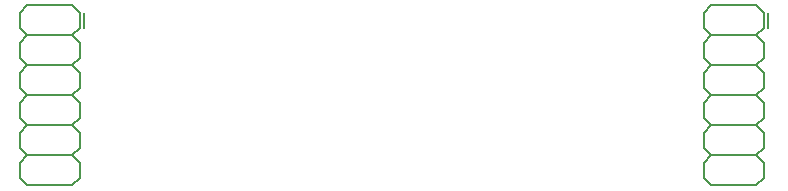
<source format=gbo>
G04 EAGLE Gerber RS-274X export*
G75*
%MOMM*%
%FSLAX34Y34*%
%LPD*%
%INBottom Silkscreen*%
%IPPOS*%
%AMOC8*
5,1,8,0,0,1.08239X$1,22.5*%
G01*
%ADD10C,0.203200*%


D10*
X92450Y1236700D02*
X98800Y1230350D01*
X98800Y1217650D02*
X92450Y1211300D01*
X98800Y1204950D01*
X98800Y1192250D02*
X92450Y1185900D01*
X98800Y1179550D01*
X98800Y1166850D02*
X92450Y1160500D01*
X98800Y1154150D01*
X98800Y1141450D02*
X92450Y1135100D01*
X98800Y1128750D01*
X98800Y1116050D02*
X92450Y1109700D01*
X98800Y1103350D01*
X98800Y1090650D02*
X92450Y1084300D01*
X92450Y1236700D02*
X54350Y1236700D01*
X48000Y1230350D01*
X48000Y1217650D01*
X54350Y1211300D01*
X48000Y1204950D01*
X48000Y1192250D01*
X54350Y1185900D01*
X48000Y1179550D01*
X48000Y1166850D01*
X54350Y1160500D01*
X48000Y1154150D01*
X48000Y1141450D01*
X54350Y1135100D01*
X48000Y1128750D01*
X48000Y1116050D01*
X54350Y1109700D01*
X48000Y1103350D01*
X48000Y1090650D01*
X54350Y1084300D01*
X54350Y1211300D02*
X92450Y1211300D01*
X92450Y1185900D02*
X54350Y1185900D01*
X54350Y1160500D02*
X92450Y1160500D01*
X92450Y1135100D02*
X54350Y1135100D01*
X54350Y1109700D02*
X92450Y1109700D01*
X92450Y1084300D02*
X54350Y1084300D01*
X98800Y1090650D02*
X98800Y1103350D01*
X98800Y1116050D02*
X98800Y1128750D01*
X98800Y1141450D02*
X98800Y1154150D01*
X98800Y1166850D02*
X98800Y1179550D01*
X98800Y1192250D02*
X98800Y1204950D01*
X98800Y1217650D02*
X98800Y1230350D01*
X102610Y1230350D02*
X102610Y1217650D01*
X98800Y1230350D02*
X92450Y1236700D01*
X54350Y1236700D01*
X48000Y1230350D01*
X92450Y1236700D02*
X98800Y1230350D01*
X92450Y1236700D02*
X54350Y1236700D01*
X48000Y1230350D01*
X671350Y1236700D02*
X677700Y1230350D01*
X677700Y1217650D02*
X671350Y1211300D01*
X677700Y1204950D01*
X677700Y1192250D02*
X671350Y1185900D01*
X677700Y1179550D01*
X677700Y1166850D02*
X671350Y1160500D01*
X677700Y1154150D01*
X677700Y1141450D02*
X671350Y1135100D01*
X677700Y1128750D01*
X677700Y1116050D02*
X671350Y1109700D01*
X677700Y1103350D01*
X677700Y1090650D02*
X671350Y1084300D01*
X671350Y1236700D02*
X633250Y1236700D01*
X626900Y1230350D01*
X626900Y1217650D01*
X633250Y1211300D01*
X626900Y1204950D01*
X626900Y1192250D01*
X633250Y1185900D01*
X626900Y1179550D01*
X626900Y1166850D01*
X633250Y1160500D01*
X626900Y1154150D01*
X626900Y1141450D01*
X633250Y1135100D01*
X626900Y1128750D01*
X626900Y1116050D01*
X633250Y1109700D01*
X626900Y1103350D01*
X626900Y1090650D01*
X633250Y1084300D01*
X633250Y1211300D02*
X671350Y1211300D01*
X671350Y1185900D02*
X633250Y1185900D01*
X633250Y1160500D02*
X671350Y1160500D01*
X671350Y1135100D02*
X633250Y1135100D01*
X633250Y1109700D02*
X671350Y1109700D01*
X671350Y1084300D02*
X633250Y1084300D01*
X677700Y1090650D02*
X677700Y1103350D01*
X677700Y1116050D02*
X677700Y1128750D01*
X677700Y1141450D02*
X677700Y1154150D01*
X677700Y1166850D02*
X677700Y1179550D01*
X677700Y1192250D02*
X677700Y1204950D01*
X677700Y1217650D02*
X677700Y1230350D01*
X681510Y1230350D02*
X681510Y1217650D01*
X677700Y1230350D02*
X671350Y1236700D01*
X633250Y1236700D01*
X626900Y1230350D01*
X671350Y1236700D02*
X677700Y1230350D01*
X671350Y1236700D02*
X633250Y1236700D01*
X626900Y1230350D01*
M02*

</source>
